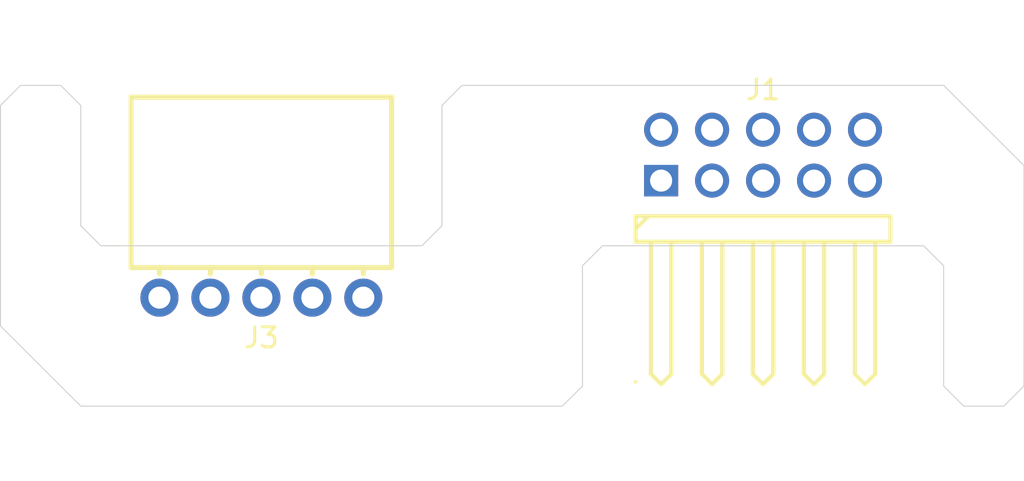
<source format=kicad_pcb>
(kicad_pcb (version 20240108) (generator "pcbnew") (generator_version "8.0")
  (layers (0 "F.Cu" signal) (31 "B.Cu" signal) (34 "B.Paste" user) (35 "F.Paste" user) (36 "B.SilkS" user "B.Silkscreen") (37 "F.SilkS" user "F.Silkscreen") (38 "B.Mask" user) (39 "F.Mask" user) (44 "Edge.Cuts" user))
  (net 0 "")
  (footprint "NB3_eye:PinHeader_Male_TH_Side_2x5_C60563" (layer "F.Cu") (at 134 96.479997)
    (property "Reference" "J1" (at 0 -3.270003 0) (layer "F.SilkS"))
    (property "Value" "2x5_Pin_Header_side")
    (fp_line (start -6.350013 3.048006) (end 6.350013 3.048006) (stroke (width 0.2032)) (layer "F.SilkS"))
    (fp_line (start -6.350013 3.683007) (end -5.715011 3.048006) (stroke (width 0.2032)) (layer "F.SilkS"))
    (fp_line (start -6.350013 4.318009) (end -6.350013 3.048006) (stroke (width 0.2032)) (layer "F.SilkS"))
    (fp_line (start -5.588011 10.922022) (end -5.588011 4.318009) (stroke (width 0.2032)) (layer "F.SilkS"))
    (fp_line (start -5.588011 10.922022) (end -5.588011 4.318009) (stroke (width 0.2032)) (layer "F.SilkS"))
    (fp_line (start -5.08001 11.430023) (end -5.588011 10.922022) (stroke (width 0.2032)) (layer "F.SilkS"))
    (fp_line (start -5.08001 11.430023) (end -5.588011 10.922022) (stroke (width 0.2032)) (layer "F.SilkS"))
    (fp_line (start -4.572009 4.318009) (end -4.572009 10.922022) (stroke (width 0.2032)) (layer "F.SilkS"))
    (fp_line (start -4.572009 4.318009) (end -4.572009 10.922022) (stroke (width 0.2032)) (layer "F.SilkS"))
    (fp_line (start -4.572009 10.922022) (end -5.08001 11.430023) (stroke (width 0.2032)) (layer "F.SilkS"))
    (fp_line (start -4.572009 10.922022) (end -5.08001 11.430023) (stroke (width 0.2032)) (layer "F.SilkS"))
    (fp_line (start -3.048006 10.922022) (end -3.048006 4.318009) (stroke (width 0.2032)) (layer "F.SilkS"))
    (fp_line (start -3.048006 10.922022) (end -3.048006 4.318009) (stroke (width 0.2032)) (layer "F.SilkS"))
    (fp_line (start -2.540005 11.430023) (end -3.048006 10.922022) (stroke (width 0.2032)) (layer "F.SilkS"))
    (fp_line (start -2.540005 11.430023) (end -3.048006 10.922022) (stroke (width 0.2032)) (layer "F.SilkS"))
    (fp_line (start -2.032004 4.318009) (end -2.032004 10.922022) (stroke (width 0.2032)) (layer "F.SilkS"))
    (fp_line (start -2.032004 4.318009) (end -2.032004 10.922022) (stroke (width 0.2032)) (layer "F.SilkS"))
    (fp_line (start -2.032004 10.922022) (end -2.540005 11.430023) (stroke (width 0.2032)) (layer "F.SilkS"))
    (fp_line (start -2.032004 10.922022) (end -2.540005 11.430023) (stroke (width 0.2032)) (layer "F.SilkS"))
    (fp_line (start -0.508001 10.922022) (end -0.508001 4.318009) (stroke (width 0.2032)) (layer "F.SilkS"))
    (fp_line (start -0.507976 10.922022) (end -0.507976 4.318009) (stroke (width 0.2032)) (layer "F.SilkS"))
    (fp_line (start 0 11.430023) (end -0.508001 10.922022) (stroke (width 0.2032)) (layer "F.SilkS"))
    (fp_line (start 0.000025 11.430023) (end -0.507976 10.922022) (stroke (width 0.2032)) (layer "F.SilkS"))
    (fp_line (start 0.508001 4.318009) (end 0.508001 10.922022) (stroke (width 0.2032)) (layer "F.SilkS"))
    (fp_line (start 0.508001 10.922022) (end 0 11.430023) (stroke (width 0.2032)) (layer "F.SilkS"))
    (fp_line (start 0.508026 4.318009) (end 0.508026 10.922022) (stroke (width 0.2032)) (layer "F.SilkS"))
    (fp_line (start 0.508026 10.922022) (end 0.000025 11.430023) (stroke (width 0.2032)) (layer "F.SilkS"))
    (fp_line (start 2.032004 10.922022) (end 2.032004 4.318009) (stroke (width 0.2032)) (layer "F.SilkS"))
    (fp_line (start 2.032004 10.922022) (end 2.032004 4.318009) (stroke (width 0.2032)) (layer "F.SilkS"))
    (fp_line (start 2.540005 11.430023) (end 2.032004 10.922022) (stroke (width 0.2032)) (layer "F.SilkS"))
    (fp_line (start 2.540005 11.430023) (end 2.032004 10.922022) (stroke (width 0.2032)) (layer "F.SilkS"))
    (fp_line (start 3.048006 4.318009) (end 3.048006 10.922022) (stroke (width 0.2032)) (layer "F.SilkS"))
    (fp_line (start 3.048006 4.318009) (end 3.048006 10.922022) (stroke (width 0.2032)) (layer "F.SilkS"))
    (fp_line (start 3.048006 10.922022) (end 2.540005 11.430023) (stroke (width 0.2032)) (layer "F.SilkS"))
    (fp_line (start 3.048006 10.922022) (end 2.540005 11.430023) (stroke (width 0.2032)) (layer "F.SilkS"))
    (fp_line (start 4.572009 10.922022) (end 4.572009 4.318009) (stroke (width 0.2032)) (layer "F.SilkS"))
    (fp_line (start 5.08001 11.430023) (end 4.572009 10.922022) (stroke (width 0.2032)) (layer "F.SilkS"))
    (fp_line (start 5.588011 4.318009) (end 5.588011 10.922022) (stroke (width 0.2032)) (layer "F.SilkS"))
    (fp_line (start 5.588011 10.922022) (end 5.08001 11.430023) (stroke (width 0.2032)) (layer "F.SilkS"))
    (fp_line (start 6.350013 3.048006) (end 6.350013 4.318009) (stroke (width 0.2032)) (layer "F.SilkS"))
    (fp_line (start 6.350013 4.318009) (end -6.350013 4.318009) (stroke (width 0.2032)) (layer "F.SilkS"))
    (fp_circle (center -6.350013 11.310135) (end -6.320041 11.310135) (stroke (width 0.059995)) (fill none) (layer "F.SilkS"))
    (pad "1" thru_hole rect (at -5.08001 1.270003) (size 1.7 1.574803) (drill 1.100025) (layers "*.Cu" "*.Mask"))
    (pad "2" thru_hole circle (at -5.08001 -1.270003) (size 1.7 1.7) (drill 1.100025) (layers "*.Cu" "*.Mask"))
    (pad "3" thru_hole circle (at -2.540005 1.270003) (size 1.7 1.7) (drill 1.100025) (layers "*.Cu" "*.Mask"))
    (pad "4" thru_hole circle (at -2.540005 -1.270003) (size 1.7 1.7) (drill 1.100025) (layers "*.Cu" "*.Mask"))
    (pad "5" thru_hole circle (at 0 1.270003) (size 1.7 1.7) (drill 1.100025) (layers "*.Cu" "*.Mask"))
    (pad "6" thru_hole circle (at 0 -1.270003) (size 1.7 1.7) (drill 1.100025) (layers "*.Cu" "*.Mask"))
    (pad "7" thru_hole circle (at 2.540005 1.270003) (size 1.7 1.7) (drill 1.100025) (layers "*.Cu" "*.Mask"))
    (pad "8" thru_hole circle (at 2.540005 -1.270003) (size 1.7 1.7) (drill 1.100025) (layers "*.Cu" "*.Mask"))
    (pad "9" thru_hole circle (at 5.08001 1.270003) (size 1.7 1.7) (drill 1.100025) (layers "*.Cu" "*.Mask"))
    (pad "10" thru_hole circle (at 5.08001 -1.270003) (size 1.7 1.7) (drill 1.100025) (layers "*.Cu" "*.Mask"))
  )
  (footprint "NB3_eye:SocketHeader_Female_TH_Side_1x5_C2897387" (layer "F.Cu") (at 108.999974 103.588512 180)
    (property "Reference" "J3" (at -0.000025 -2 360) (layer "F.SilkS"))
    (property "Value" "Socket_1x5_side")
    (fp_line (start 6.489967 10.000025) (end 6.489967 1.5) (stroke (width 0.254)) (layer "F.SilkS"))
    (fp_line (start 5.08001 1.181153) (end 5.08001 1.5) (stroke (width 0.254)) (layer "F.SilkS"))
    (fp_line (start 2.540005 1.181153) (end 2.540005 1.5) (stroke (width 0.254)) (layer "F.SilkS"))
    (fp_line (start 0 1.181153) (end 0 1.5) (stroke (width 0.254)) (layer "F.SilkS"))
    (fp_line (start -2.540005 1.181153) (end -2.540005 1.5) (stroke (width 0.254)) (layer "F.SilkS"))
    (fp_line (start -5.08001 1.5) (end -5.08001 1.181153) (stroke (width 0.254)) (layer "F.SilkS"))
    (fp_line (start -6.490018 10.000025) (end 6.489967 10.000025) (stroke (width 0.254)) (layer "F.SilkS"))
    (fp_line (start -6.490018 1.5) (end 6.489967 1.5) (stroke (width 0.254)) (layer "F.SilkS"))
    (fp_line (start -6.490018 1.5) (end -6.490018 10.000025) (stroke (width 0.254)) (layer "F.SilkS"))
    (fp_circle (center -6.549911 10) (end -6.519939 10) (stroke (width 0.059995)) (fill none) (layer "F.SilkS"))
    (pad "1" thru_hole circle (at -5.08001 0 180) (size 1.9 1.9) (drill 1.100025) (layers "*.Cu" "*.Mask"))
    (pad "2" thru_hole circle (at -2.540005 0 180) (size 1.9 1.9) (drill 1.100025) (layers "*.Cu" "*.Mask"))
    (pad "3" thru_hole circle (at 0 0 180) (size 1.9 1.9) (drill 1.100025) (layers "*.Cu" "*.Mask"))
    (pad "4" thru_hole circle (at 2.540005 0 180) (size 1.9 1.9) (drill 1.100025) (layers "*.Cu" "*.Mask"))
    (pad "5" thru_hole circle (at 5.08001 0 180) (size 1.9 1.9) (drill 1.100025) (layers "*.Cu" "*.Mask"))
  )
  (gr_line (start 96 94) (end 97 93) (stroke (width 0.05)) (layer "Edge.Cuts"))
  (gr_line (start 118 100) (end 118 94) (stroke (width 0.05)) (layer "Edge.Cuts"))
  (gr_line (start 101 101) (end 117 101) (stroke (width 0.05)) (layer "Edge.Cuts"))
  (gr_line (start 125 102) (end 126 101) (stroke (width 0.05)) (layer "Edge.Cuts"))
  (gr_line (start 96 105) (end 96 94) (stroke (width 0.05)) (layer "Edge.Cuts"))
  (gr_line (start 125 102) (end 125 108) (stroke (width 0.05)) (layer "Edge.Cuts"))
  (gr_line (start 100 100) (end 101 101) (stroke (width 0.05)) (layer "Edge.Cuts"))
  (gr_line (start 118 94) (end 119 93) (stroke (width 0.05)) (layer "Edge.Cuts"))
  (gr_line (start 100 109) (end 96 105) (stroke (width 0.05)) (layer "Edge.Cuts"))
  (gr_line (start 147 108) (end 147 97) (stroke (width 0.05)) (layer "Edge.Cuts"))
  (gr_line (start 143 108) (end 144 109) (stroke (width 0.05)) (layer "Edge.Cuts"))
  (gr_line (start 124 109) (end 125 108) (stroke (width 0.05)) (layer "Edge.Cuts"))
  (gr_line (start 100 94) (end 100 100) (stroke (width 0.05)) (layer "Edge.Cuts"))
  (gr_line (start 143 93) (end 147 97) (stroke (width 0.05)) (layer "Edge.Cuts"))
  (gr_line (start 97 93) (end 99 93) (stroke (width 0.05)) (layer "Edge.Cuts"))
  (gr_line (start 99 93) (end 100 94) (stroke (width 0.05)) (layer "Edge.Cuts"))
  (gr_line (start 144 109) (end 146 109) (stroke (width 0.05)) (layer "Edge.Cuts"))
  (gr_line (start 146 109) (end 147 108) (stroke (width 0.05)) (layer "Edge.Cuts"))
  (gr_line (start 117 101) (end 118 100) (stroke (width 0.05)) (layer "Edge.Cuts"))
  (gr_line (start 119 93) (end 143 93) (stroke (width 0.05)) (layer "Edge.Cuts"))
  (gr_line (start 143 102) (end 143 108) (stroke (width 0.05)) (layer "Edge.Cuts"))
  (gr_line (start 143 102) (end 142 101) (stroke (width 0.05)) (layer "Edge.Cuts"))
  (gr_line (start 124 109) (end 100 109) (stroke (width 0.05)) (layer "Edge.Cuts"))
  (gr_line (start 142 101) (end 126 101) (stroke (width 0.05)) (layer "Edge.Cuts"))
)
</source>
